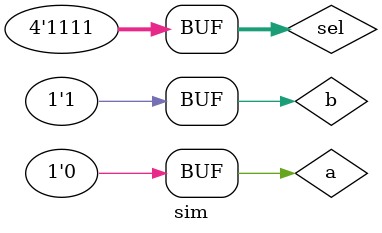
<source format=v>
`timescale 1ns / 1ps
module sim; 
reg[3:0] sel;
reg a,b;

wire w,x,y,z;

VoteCount uut (.a(a),.b(b),.sel(sel),.w(w),.x(x),.y(y),.z(z));

initial begin
    a=0;b=1;sel=4'b0000;
    #20 sel=4'b0001;
    #20 sel=4'b0010;
    #20 sel=4'b0011;
    #20 sel=4'b0100;
    #20 sel=4'b0101;
    #20 sel=4'b0110;
    #20 sel=4'b0111;
    #20 sel=4'b1000;
    #20 sel=4'b1001;
    #20 sel=4'b1010;
    #20 sel=4'b1011;
    #20 sel=4'b1100;
    #20 sel=4'b1101;
    #20 sel=4'b1110;
    #20 sel=4'b1111;
    #40;
end
initial begin
		 $monitor("t=%3d,a=%1b,b=%1b,w=%1b,x=%1b,y=%1b,z=%1b,sel=%4b",$time,a,b,w,x,y,z,sel);
		 end
endmodule

</source>
